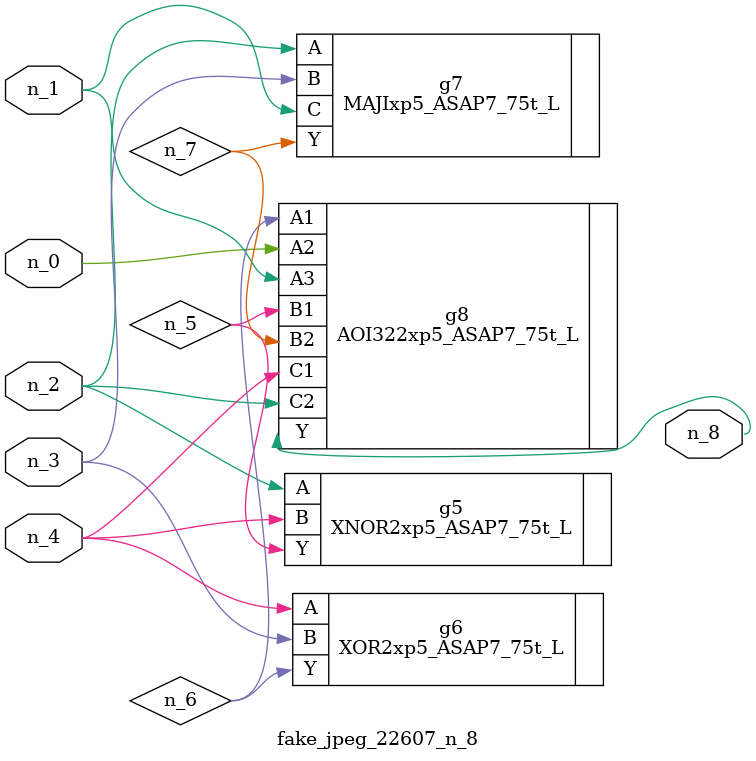
<source format=v>
module fake_jpeg_22607_n_8 (n_3, n_2, n_1, n_0, n_4, n_8);

input n_3;
input n_2;
input n_1;
input n_0;
input n_4;

output n_8;

wire n_6;
wire n_5;
wire n_7;

XNOR2xp5_ASAP7_75t_L g5 ( 
.A(n_2),
.B(n_4),
.Y(n_5)
);

XOR2xp5_ASAP7_75t_L g6 ( 
.A(n_4),
.B(n_3),
.Y(n_6)
);

MAJIxp5_ASAP7_75t_L g7 ( 
.A(n_2),
.B(n_3),
.C(n_1),
.Y(n_7)
);

AOI322xp5_ASAP7_75t_L g8 ( 
.A1(n_6),
.A2(n_0),
.A3(n_1),
.B1(n_5),
.B2(n_7),
.C1(n_4),
.C2(n_2),
.Y(n_8)
);


endmodule
</source>
